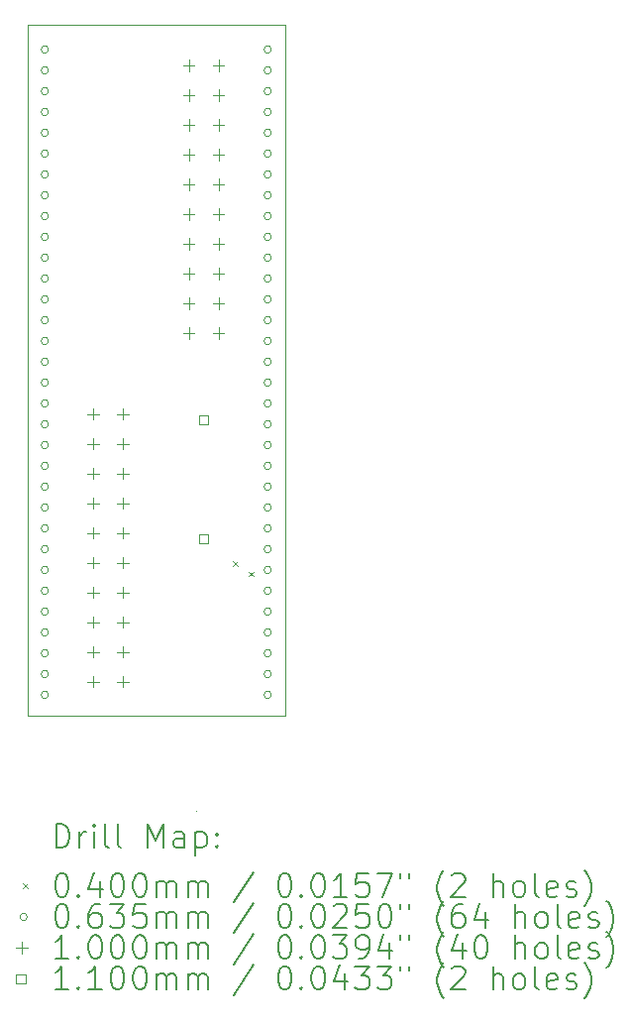
<source format=gbr>
%TF.GenerationSoftware,KiCad,Pcbnew,7.0.1*%
%TF.CreationDate,2023-07-20T10:28:38-07:00*%
%TF.ProjectId,tn_vdp_v9958_socket,746e5f76-6470-45f7-9639-3935385f736f,rev?*%
%TF.SameCoordinates,Original*%
%TF.FileFunction,Drillmap*%
%TF.FilePolarity,Positive*%
%FSLAX45Y45*%
G04 Gerber Fmt 4.5, Leading zero omitted, Abs format (unit mm)*
G04 Created by KiCad (PCBNEW 7.0.1) date 2023-07-20 10:28:38*
%MOMM*%
%LPD*%
G01*
G04 APERTURE LIST*
%ADD10C,0.100000*%
%ADD11C,0.200000*%
%ADD12C,0.040000*%
%ADD13C,0.063500*%
%ADD14C,0.110000*%
G04 APERTURE END LIST*
D10*
X17335500Y-11112500D02*
X17335500Y-11112500D01*
X15900000Y-4400000D02*
X18100000Y-4400000D01*
X18100000Y-10300000D02*
X15900000Y-10300000D01*
X18100000Y-4400000D02*
X18100000Y-10300000D01*
X15900000Y-10300000D02*
X15900000Y-4400000D01*
D11*
D12*
X17655540Y-8986570D02*
X17695540Y-9026570D01*
X17695540Y-8986570D02*
X17655540Y-9026570D01*
X17787350Y-9073350D02*
X17827350Y-9113350D01*
X17827350Y-9073350D02*
X17787350Y-9113350D01*
D13*
X16076750Y-4613200D02*
G75*
G03*
X16076750Y-4613200I-31750J0D01*
G01*
X16076750Y-4791000D02*
G75*
G03*
X16076750Y-4791000I-31750J0D01*
G01*
X16076750Y-4968800D02*
G75*
G03*
X16076750Y-4968800I-31750J0D01*
G01*
X16076750Y-5146600D02*
G75*
G03*
X16076750Y-5146600I-31750J0D01*
G01*
X16076750Y-5324400D02*
G75*
G03*
X16076750Y-5324400I-31750J0D01*
G01*
X16076750Y-5502200D02*
G75*
G03*
X16076750Y-5502200I-31750J0D01*
G01*
X16076750Y-5680000D02*
G75*
G03*
X16076750Y-5680000I-31750J0D01*
G01*
X16076750Y-5857800D02*
G75*
G03*
X16076750Y-5857800I-31750J0D01*
G01*
X16076750Y-6035600D02*
G75*
G03*
X16076750Y-6035600I-31750J0D01*
G01*
X16076750Y-6213400D02*
G75*
G03*
X16076750Y-6213400I-31750J0D01*
G01*
X16076750Y-6391200D02*
G75*
G03*
X16076750Y-6391200I-31750J0D01*
G01*
X16076750Y-6569000D02*
G75*
G03*
X16076750Y-6569000I-31750J0D01*
G01*
X16076750Y-6746800D02*
G75*
G03*
X16076750Y-6746800I-31750J0D01*
G01*
X16076750Y-6924600D02*
G75*
G03*
X16076750Y-6924600I-31750J0D01*
G01*
X16076750Y-7102400D02*
G75*
G03*
X16076750Y-7102400I-31750J0D01*
G01*
X16076750Y-7280200D02*
G75*
G03*
X16076750Y-7280200I-31750J0D01*
G01*
X16076750Y-7458000D02*
G75*
G03*
X16076750Y-7458000I-31750J0D01*
G01*
X16076750Y-7635800D02*
G75*
G03*
X16076750Y-7635800I-31750J0D01*
G01*
X16076750Y-7813600D02*
G75*
G03*
X16076750Y-7813600I-31750J0D01*
G01*
X16076750Y-7991400D02*
G75*
G03*
X16076750Y-7991400I-31750J0D01*
G01*
X16076750Y-8169200D02*
G75*
G03*
X16076750Y-8169200I-31750J0D01*
G01*
X16076750Y-8347000D02*
G75*
G03*
X16076750Y-8347000I-31750J0D01*
G01*
X16076750Y-8524800D02*
G75*
G03*
X16076750Y-8524800I-31750J0D01*
G01*
X16076750Y-8702600D02*
G75*
G03*
X16076750Y-8702600I-31750J0D01*
G01*
X16076750Y-8880400D02*
G75*
G03*
X16076750Y-8880400I-31750J0D01*
G01*
X16076750Y-9058200D02*
G75*
G03*
X16076750Y-9058200I-31750J0D01*
G01*
X16076750Y-9236000D02*
G75*
G03*
X16076750Y-9236000I-31750J0D01*
G01*
X16076750Y-9413800D02*
G75*
G03*
X16076750Y-9413800I-31750J0D01*
G01*
X16076750Y-9591600D02*
G75*
G03*
X16076750Y-9591600I-31750J0D01*
G01*
X16076750Y-9769400D02*
G75*
G03*
X16076750Y-9769400I-31750J0D01*
G01*
X16076750Y-9947200D02*
G75*
G03*
X16076750Y-9947200I-31750J0D01*
G01*
X16076750Y-10125000D02*
G75*
G03*
X16076750Y-10125000I-31750J0D01*
G01*
X17981750Y-4613200D02*
G75*
G03*
X17981750Y-4613200I-31750J0D01*
G01*
X17981750Y-4791000D02*
G75*
G03*
X17981750Y-4791000I-31750J0D01*
G01*
X17981750Y-4968800D02*
G75*
G03*
X17981750Y-4968800I-31750J0D01*
G01*
X17981750Y-5146600D02*
G75*
G03*
X17981750Y-5146600I-31750J0D01*
G01*
X17981750Y-5324400D02*
G75*
G03*
X17981750Y-5324400I-31750J0D01*
G01*
X17981750Y-5502200D02*
G75*
G03*
X17981750Y-5502200I-31750J0D01*
G01*
X17981750Y-5680000D02*
G75*
G03*
X17981750Y-5680000I-31750J0D01*
G01*
X17981750Y-5857800D02*
G75*
G03*
X17981750Y-5857800I-31750J0D01*
G01*
X17981750Y-6035600D02*
G75*
G03*
X17981750Y-6035600I-31750J0D01*
G01*
X17981750Y-6213400D02*
G75*
G03*
X17981750Y-6213400I-31750J0D01*
G01*
X17981750Y-6391200D02*
G75*
G03*
X17981750Y-6391200I-31750J0D01*
G01*
X17981750Y-6569000D02*
G75*
G03*
X17981750Y-6569000I-31750J0D01*
G01*
X17981750Y-6746800D02*
G75*
G03*
X17981750Y-6746800I-31750J0D01*
G01*
X17981750Y-6924600D02*
G75*
G03*
X17981750Y-6924600I-31750J0D01*
G01*
X17981750Y-7102400D02*
G75*
G03*
X17981750Y-7102400I-31750J0D01*
G01*
X17981750Y-7280200D02*
G75*
G03*
X17981750Y-7280200I-31750J0D01*
G01*
X17981750Y-7458000D02*
G75*
G03*
X17981750Y-7458000I-31750J0D01*
G01*
X17981750Y-7635800D02*
G75*
G03*
X17981750Y-7635800I-31750J0D01*
G01*
X17981750Y-7813600D02*
G75*
G03*
X17981750Y-7813600I-31750J0D01*
G01*
X17981750Y-7991400D02*
G75*
G03*
X17981750Y-7991400I-31750J0D01*
G01*
X17981750Y-8169200D02*
G75*
G03*
X17981750Y-8169200I-31750J0D01*
G01*
X17981750Y-8347000D02*
G75*
G03*
X17981750Y-8347000I-31750J0D01*
G01*
X17981750Y-8524800D02*
G75*
G03*
X17981750Y-8524800I-31750J0D01*
G01*
X17981750Y-8702600D02*
G75*
G03*
X17981750Y-8702600I-31750J0D01*
G01*
X17981750Y-8880400D02*
G75*
G03*
X17981750Y-8880400I-31750J0D01*
G01*
X17981750Y-9058200D02*
G75*
G03*
X17981750Y-9058200I-31750J0D01*
G01*
X17981750Y-9236000D02*
G75*
G03*
X17981750Y-9236000I-31750J0D01*
G01*
X17981750Y-9413800D02*
G75*
G03*
X17981750Y-9413800I-31750J0D01*
G01*
X17981750Y-9591600D02*
G75*
G03*
X17981750Y-9591600I-31750J0D01*
G01*
X17981750Y-9769400D02*
G75*
G03*
X17981750Y-9769400I-31750J0D01*
G01*
X17981750Y-9947200D02*
G75*
G03*
X17981750Y-9947200I-31750J0D01*
G01*
X17981750Y-10125000D02*
G75*
G03*
X17981750Y-10125000I-31750J0D01*
G01*
D10*
X16459200Y-7676000D02*
X16459200Y-7776000D01*
X16409200Y-7726000D02*
X16509200Y-7726000D01*
X16459200Y-7930000D02*
X16459200Y-8030000D01*
X16409200Y-7980000D02*
X16509200Y-7980000D01*
X16459200Y-8184000D02*
X16459200Y-8284000D01*
X16409200Y-8234000D02*
X16509200Y-8234000D01*
X16459200Y-8438000D02*
X16459200Y-8538000D01*
X16409200Y-8488000D02*
X16509200Y-8488000D01*
X16459200Y-8692000D02*
X16459200Y-8792000D01*
X16409200Y-8742000D02*
X16509200Y-8742000D01*
X16459200Y-8946000D02*
X16459200Y-9046000D01*
X16409200Y-8996000D02*
X16509200Y-8996000D01*
X16459200Y-9200000D02*
X16459200Y-9300000D01*
X16409200Y-9250000D02*
X16509200Y-9250000D01*
X16459200Y-9454000D02*
X16459200Y-9554000D01*
X16409200Y-9504000D02*
X16509200Y-9504000D01*
X16459200Y-9708000D02*
X16459200Y-9808000D01*
X16409200Y-9758000D02*
X16509200Y-9758000D01*
X16459200Y-9962000D02*
X16459200Y-10062000D01*
X16409200Y-10012000D02*
X16509200Y-10012000D01*
X16713200Y-7676000D02*
X16713200Y-7776000D01*
X16663200Y-7726000D02*
X16763200Y-7726000D01*
X16713200Y-7930000D02*
X16713200Y-8030000D01*
X16663200Y-7980000D02*
X16763200Y-7980000D01*
X16713200Y-8184000D02*
X16713200Y-8284000D01*
X16663200Y-8234000D02*
X16763200Y-8234000D01*
X16713200Y-8438000D02*
X16713200Y-8538000D01*
X16663200Y-8488000D02*
X16763200Y-8488000D01*
X16713200Y-8692000D02*
X16713200Y-8792000D01*
X16663200Y-8742000D02*
X16763200Y-8742000D01*
X16713200Y-8946000D02*
X16713200Y-9046000D01*
X16663200Y-8996000D02*
X16763200Y-8996000D01*
X16713200Y-9200000D02*
X16713200Y-9300000D01*
X16663200Y-9250000D02*
X16763200Y-9250000D01*
X16713200Y-9454000D02*
X16713200Y-9554000D01*
X16663200Y-9504000D02*
X16763200Y-9504000D01*
X16713200Y-9708000D02*
X16713200Y-9808000D01*
X16663200Y-9758000D02*
X16763200Y-9758000D01*
X16713200Y-9962000D02*
X16713200Y-10062000D01*
X16663200Y-10012000D02*
X16763200Y-10012000D01*
X17275000Y-4701000D02*
X17275000Y-4801000D01*
X17225000Y-4751000D02*
X17325000Y-4751000D01*
X17275000Y-4955000D02*
X17275000Y-5055000D01*
X17225000Y-5005000D02*
X17325000Y-5005000D01*
X17275000Y-5209000D02*
X17275000Y-5309000D01*
X17225000Y-5259000D02*
X17325000Y-5259000D01*
X17275000Y-5463000D02*
X17275000Y-5563000D01*
X17225000Y-5513000D02*
X17325000Y-5513000D01*
X17275000Y-5717000D02*
X17275000Y-5817000D01*
X17225000Y-5767000D02*
X17325000Y-5767000D01*
X17275000Y-5971000D02*
X17275000Y-6071000D01*
X17225000Y-6021000D02*
X17325000Y-6021000D01*
X17275000Y-6225000D02*
X17275000Y-6325000D01*
X17225000Y-6275000D02*
X17325000Y-6275000D01*
X17275000Y-6479000D02*
X17275000Y-6579000D01*
X17225000Y-6529000D02*
X17325000Y-6529000D01*
X17275000Y-6733000D02*
X17275000Y-6833000D01*
X17225000Y-6783000D02*
X17325000Y-6783000D01*
X17275000Y-6987000D02*
X17275000Y-7087000D01*
X17225000Y-7037000D02*
X17325000Y-7037000D01*
X17529000Y-4701000D02*
X17529000Y-4801000D01*
X17479000Y-4751000D02*
X17579000Y-4751000D01*
X17529000Y-4955000D02*
X17529000Y-5055000D01*
X17479000Y-5005000D02*
X17579000Y-5005000D01*
X17529000Y-5209000D02*
X17529000Y-5309000D01*
X17479000Y-5259000D02*
X17579000Y-5259000D01*
X17529000Y-5463000D02*
X17529000Y-5563000D01*
X17479000Y-5513000D02*
X17579000Y-5513000D01*
X17529000Y-5717000D02*
X17529000Y-5817000D01*
X17479000Y-5767000D02*
X17579000Y-5767000D01*
X17529000Y-5971000D02*
X17529000Y-6071000D01*
X17479000Y-6021000D02*
X17579000Y-6021000D01*
X17529000Y-6225000D02*
X17529000Y-6325000D01*
X17479000Y-6275000D02*
X17579000Y-6275000D01*
X17529000Y-6479000D02*
X17529000Y-6579000D01*
X17479000Y-6529000D02*
X17579000Y-6529000D01*
X17529000Y-6733000D02*
X17529000Y-6833000D01*
X17479000Y-6783000D02*
X17579000Y-6783000D01*
X17529000Y-6987000D02*
X17529000Y-7087000D01*
X17479000Y-7037000D02*
X17579000Y-7037000D01*
D14*
X17438891Y-7813891D02*
X17438891Y-7736109D01*
X17361109Y-7736109D01*
X17361109Y-7813891D01*
X17438891Y-7813891D01*
X17438891Y-8829891D02*
X17438891Y-8752109D01*
X17361109Y-8752109D01*
X17361109Y-8829891D01*
X17438891Y-8829891D01*
D11*
X16142619Y-11430024D02*
X16142619Y-11230024D01*
X16142619Y-11230024D02*
X16190238Y-11230024D01*
X16190238Y-11230024D02*
X16218809Y-11239548D01*
X16218809Y-11239548D02*
X16237857Y-11258595D01*
X16237857Y-11258595D02*
X16247381Y-11277643D01*
X16247381Y-11277643D02*
X16256905Y-11315738D01*
X16256905Y-11315738D02*
X16256905Y-11344309D01*
X16256905Y-11344309D02*
X16247381Y-11382405D01*
X16247381Y-11382405D02*
X16237857Y-11401452D01*
X16237857Y-11401452D02*
X16218809Y-11420500D01*
X16218809Y-11420500D02*
X16190238Y-11430024D01*
X16190238Y-11430024D02*
X16142619Y-11430024D01*
X16342619Y-11430024D02*
X16342619Y-11296690D01*
X16342619Y-11334786D02*
X16352143Y-11315738D01*
X16352143Y-11315738D02*
X16361667Y-11306214D01*
X16361667Y-11306214D02*
X16380714Y-11296690D01*
X16380714Y-11296690D02*
X16399762Y-11296690D01*
X16466428Y-11430024D02*
X16466428Y-11296690D01*
X16466428Y-11230024D02*
X16456905Y-11239548D01*
X16456905Y-11239548D02*
X16466428Y-11249071D01*
X16466428Y-11249071D02*
X16475952Y-11239548D01*
X16475952Y-11239548D02*
X16466428Y-11230024D01*
X16466428Y-11230024D02*
X16466428Y-11249071D01*
X16590238Y-11430024D02*
X16571190Y-11420500D01*
X16571190Y-11420500D02*
X16561667Y-11401452D01*
X16561667Y-11401452D02*
X16561667Y-11230024D01*
X16695000Y-11430024D02*
X16675952Y-11420500D01*
X16675952Y-11420500D02*
X16666428Y-11401452D01*
X16666428Y-11401452D02*
X16666428Y-11230024D01*
X16923571Y-11430024D02*
X16923571Y-11230024D01*
X16923571Y-11230024D02*
X16990238Y-11372881D01*
X16990238Y-11372881D02*
X17056905Y-11230024D01*
X17056905Y-11230024D02*
X17056905Y-11430024D01*
X17237857Y-11430024D02*
X17237857Y-11325262D01*
X17237857Y-11325262D02*
X17228333Y-11306214D01*
X17228333Y-11306214D02*
X17209286Y-11296690D01*
X17209286Y-11296690D02*
X17171190Y-11296690D01*
X17171190Y-11296690D02*
X17152143Y-11306214D01*
X17237857Y-11420500D02*
X17218810Y-11430024D01*
X17218810Y-11430024D02*
X17171190Y-11430024D01*
X17171190Y-11430024D02*
X17152143Y-11420500D01*
X17152143Y-11420500D02*
X17142619Y-11401452D01*
X17142619Y-11401452D02*
X17142619Y-11382405D01*
X17142619Y-11382405D02*
X17152143Y-11363357D01*
X17152143Y-11363357D02*
X17171190Y-11353833D01*
X17171190Y-11353833D02*
X17218810Y-11353833D01*
X17218810Y-11353833D02*
X17237857Y-11344309D01*
X17333095Y-11296690D02*
X17333095Y-11496690D01*
X17333095Y-11306214D02*
X17352143Y-11296690D01*
X17352143Y-11296690D02*
X17390238Y-11296690D01*
X17390238Y-11296690D02*
X17409286Y-11306214D01*
X17409286Y-11306214D02*
X17418810Y-11315738D01*
X17418810Y-11315738D02*
X17428333Y-11334786D01*
X17428333Y-11334786D02*
X17428333Y-11391928D01*
X17428333Y-11391928D02*
X17418810Y-11410976D01*
X17418810Y-11410976D02*
X17409286Y-11420500D01*
X17409286Y-11420500D02*
X17390238Y-11430024D01*
X17390238Y-11430024D02*
X17352143Y-11430024D01*
X17352143Y-11430024D02*
X17333095Y-11420500D01*
X17514048Y-11410976D02*
X17523571Y-11420500D01*
X17523571Y-11420500D02*
X17514048Y-11430024D01*
X17514048Y-11430024D02*
X17504524Y-11420500D01*
X17504524Y-11420500D02*
X17514048Y-11410976D01*
X17514048Y-11410976D02*
X17514048Y-11430024D01*
X17514048Y-11306214D02*
X17523571Y-11315738D01*
X17523571Y-11315738D02*
X17514048Y-11325262D01*
X17514048Y-11325262D02*
X17504524Y-11315738D01*
X17504524Y-11315738D02*
X17514048Y-11306214D01*
X17514048Y-11306214D02*
X17514048Y-11325262D01*
D12*
X15855000Y-11737500D02*
X15895000Y-11777500D01*
X15895000Y-11737500D02*
X15855000Y-11777500D01*
D11*
X16180714Y-11650024D02*
X16199762Y-11650024D01*
X16199762Y-11650024D02*
X16218809Y-11659548D01*
X16218809Y-11659548D02*
X16228333Y-11669071D01*
X16228333Y-11669071D02*
X16237857Y-11688119D01*
X16237857Y-11688119D02*
X16247381Y-11726214D01*
X16247381Y-11726214D02*
X16247381Y-11773833D01*
X16247381Y-11773833D02*
X16237857Y-11811928D01*
X16237857Y-11811928D02*
X16228333Y-11830976D01*
X16228333Y-11830976D02*
X16218809Y-11840500D01*
X16218809Y-11840500D02*
X16199762Y-11850024D01*
X16199762Y-11850024D02*
X16180714Y-11850024D01*
X16180714Y-11850024D02*
X16161667Y-11840500D01*
X16161667Y-11840500D02*
X16152143Y-11830976D01*
X16152143Y-11830976D02*
X16142619Y-11811928D01*
X16142619Y-11811928D02*
X16133095Y-11773833D01*
X16133095Y-11773833D02*
X16133095Y-11726214D01*
X16133095Y-11726214D02*
X16142619Y-11688119D01*
X16142619Y-11688119D02*
X16152143Y-11669071D01*
X16152143Y-11669071D02*
X16161667Y-11659548D01*
X16161667Y-11659548D02*
X16180714Y-11650024D01*
X16333095Y-11830976D02*
X16342619Y-11840500D01*
X16342619Y-11840500D02*
X16333095Y-11850024D01*
X16333095Y-11850024D02*
X16323571Y-11840500D01*
X16323571Y-11840500D02*
X16333095Y-11830976D01*
X16333095Y-11830976D02*
X16333095Y-11850024D01*
X16514048Y-11716690D02*
X16514048Y-11850024D01*
X16466428Y-11640500D02*
X16418809Y-11783357D01*
X16418809Y-11783357D02*
X16542619Y-11783357D01*
X16656905Y-11650024D02*
X16675952Y-11650024D01*
X16675952Y-11650024D02*
X16695000Y-11659548D01*
X16695000Y-11659548D02*
X16704524Y-11669071D01*
X16704524Y-11669071D02*
X16714048Y-11688119D01*
X16714048Y-11688119D02*
X16723571Y-11726214D01*
X16723571Y-11726214D02*
X16723571Y-11773833D01*
X16723571Y-11773833D02*
X16714048Y-11811928D01*
X16714048Y-11811928D02*
X16704524Y-11830976D01*
X16704524Y-11830976D02*
X16695000Y-11840500D01*
X16695000Y-11840500D02*
X16675952Y-11850024D01*
X16675952Y-11850024D02*
X16656905Y-11850024D01*
X16656905Y-11850024D02*
X16637857Y-11840500D01*
X16637857Y-11840500D02*
X16628333Y-11830976D01*
X16628333Y-11830976D02*
X16618809Y-11811928D01*
X16618809Y-11811928D02*
X16609286Y-11773833D01*
X16609286Y-11773833D02*
X16609286Y-11726214D01*
X16609286Y-11726214D02*
X16618809Y-11688119D01*
X16618809Y-11688119D02*
X16628333Y-11669071D01*
X16628333Y-11669071D02*
X16637857Y-11659548D01*
X16637857Y-11659548D02*
X16656905Y-11650024D01*
X16847381Y-11650024D02*
X16866429Y-11650024D01*
X16866429Y-11650024D02*
X16885476Y-11659548D01*
X16885476Y-11659548D02*
X16895000Y-11669071D01*
X16895000Y-11669071D02*
X16904524Y-11688119D01*
X16904524Y-11688119D02*
X16914048Y-11726214D01*
X16914048Y-11726214D02*
X16914048Y-11773833D01*
X16914048Y-11773833D02*
X16904524Y-11811928D01*
X16904524Y-11811928D02*
X16895000Y-11830976D01*
X16895000Y-11830976D02*
X16885476Y-11840500D01*
X16885476Y-11840500D02*
X16866429Y-11850024D01*
X16866429Y-11850024D02*
X16847381Y-11850024D01*
X16847381Y-11850024D02*
X16828333Y-11840500D01*
X16828333Y-11840500D02*
X16818810Y-11830976D01*
X16818810Y-11830976D02*
X16809286Y-11811928D01*
X16809286Y-11811928D02*
X16799762Y-11773833D01*
X16799762Y-11773833D02*
X16799762Y-11726214D01*
X16799762Y-11726214D02*
X16809286Y-11688119D01*
X16809286Y-11688119D02*
X16818810Y-11669071D01*
X16818810Y-11669071D02*
X16828333Y-11659548D01*
X16828333Y-11659548D02*
X16847381Y-11650024D01*
X16999762Y-11850024D02*
X16999762Y-11716690D01*
X16999762Y-11735738D02*
X17009286Y-11726214D01*
X17009286Y-11726214D02*
X17028333Y-11716690D01*
X17028333Y-11716690D02*
X17056905Y-11716690D01*
X17056905Y-11716690D02*
X17075952Y-11726214D01*
X17075952Y-11726214D02*
X17085476Y-11745262D01*
X17085476Y-11745262D02*
X17085476Y-11850024D01*
X17085476Y-11745262D02*
X17095000Y-11726214D01*
X17095000Y-11726214D02*
X17114048Y-11716690D01*
X17114048Y-11716690D02*
X17142619Y-11716690D01*
X17142619Y-11716690D02*
X17161667Y-11726214D01*
X17161667Y-11726214D02*
X17171191Y-11745262D01*
X17171191Y-11745262D02*
X17171191Y-11850024D01*
X17266429Y-11850024D02*
X17266429Y-11716690D01*
X17266429Y-11735738D02*
X17275952Y-11726214D01*
X17275952Y-11726214D02*
X17295000Y-11716690D01*
X17295000Y-11716690D02*
X17323572Y-11716690D01*
X17323572Y-11716690D02*
X17342619Y-11726214D01*
X17342619Y-11726214D02*
X17352143Y-11745262D01*
X17352143Y-11745262D02*
X17352143Y-11850024D01*
X17352143Y-11745262D02*
X17361667Y-11726214D01*
X17361667Y-11726214D02*
X17380714Y-11716690D01*
X17380714Y-11716690D02*
X17409286Y-11716690D01*
X17409286Y-11716690D02*
X17428333Y-11726214D01*
X17428333Y-11726214D02*
X17437857Y-11745262D01*
X17437857Y-11745262D02*
X17437857Y-11850024D01*
X17828333Y-11640500D02*
X17656905Y-11897643D01*
X18085476Y-11650024D02*
X18104524Y-11650024D01*
X18104524Y-11650024D02*
X18123572Y-11659548D01*
X18123572Y-11659548D02*
X18133095Y-11669071D01*
X18133095Y-11669071D02*
X18142619Y-11688119D01*
X18142619Y-11688119D02*
X18152143Y-11726214D01*
X18152143Y-11726214D02*
X18152143Y-11773833D01*
X18152143Y-11773833D02*
X18142619Y-11811928D01*
X18142619Y-11811928D02*
X18133095Y-11830976D01*
X18133095Y-11830976D02*
X18123572Y-11840500D01*
X18123572Y-11840500D02*
X18104524Y-11850024D01*
X18104524Y-11850024D02*
X18085476Y-11850024D01*
X18085476Y-11850024D02*
X18066429Y-11840500D01*
X18066429Y-11840500D02*
X18056905Y-11830976D01*
X18056905Y-11830976D02*
X18047381Y-11811928D01*
X18047381Y-11811928D02*
X18037857Y-11773833D01*
X18037857Y-11773833D02*
X18037857Y-11726214D01*
X18037857Y-11726214D02*
X18047381Y-11688119D01*
X18047381Y-11688119D02*
X18056905Y-11669071D01*
X18056905Y-11669071D02*
X18066429Y-11659548D01*
X18066429Y-11659548D02*
X18085476Y-11650024D01*
X18237857Y-11830976D02*
X18247381Y-11840500D01*
X18247381Y-11840500D02*
X18237857Y-11850024D01*
X18237857Y-11850024D02*
X18228334Y-11840500D01*
X18228334Y-11840500D02*
X18237857Y-11830976D01*
X18237857Y-11830976D02*
X18237857Y-11850024D01*
X18371191Y-11650024D02*
X18390238Y-11650024D01*
X18390238Y-11650024D02*
X18409286Y-11659548D01*
X18409286Y-11659548D02*
X18418810Y-11669071D01*
X18418810Y-11669071D02*
X18428334Y-11688119D01*
X18428334Y-11688119D02*
X18437857Y-11726214D01*
X18437857Y-11726214D02*
X18437857Y-11773833D01*
X18437857Y-11773833D02*
X18428334Y-11811928D01*
X18428334Y-11811928D02*
X18418810Y-11830976D01*
X18418810Y-11830976D02*
X18409286Y-11840500D01*
X18409286Y-11840500D02*
X18390238Y-11850024D01*
X18390238Y-11850024D02*
X18371191Y-11850024D01*
X18371191Y-11850024D02*
X18352143Y-11840500D01*
X18352143Y-11840500D02*
X18342619Y-11830976D01*
X18342619Y-11830976D02*
X18333095Y-11811928D01*
X18333095Y-11811928D02*
X18323572Y-11773833D01*
X18323572Y-11773833D02*
X18323572Y-11726214D01*
X18323572Y-11726214D02*
X18333095Y-11688119D01*
X18333095Y-11688119D02*
X18342619Y-11669071D01*
X18342619Y-11669071D02*
X18352143Y-11659548D01*
X18352143Y-11659548D02*
X18371191Y-11650024D01*
X18628334Y-11850024D02*
X18514048Y-11850024D01*
X18571191Y-11850024D02*
X18571191Y-11650024D01*
X18571191Y-11650024D02*
X18552143Y-11678595D01*
X18552143Y-11678595D02*
X18533095Y-11697643D01*
X18533095Y-11697643D02*
X18514048Y-11707167D01*
X18809286Y-11650024D02*
X18714048Y-11650024D01*
X18714048Y-11650024D02*
X18704524Y-11745262D01*
X18704524Y-11745262D02*
X18714048Y-11735738D01*
X18714048Y-11735738D02*
X18733095Y-11726214D01*
X18733095Y-11726214D02*
X18780715Y-11726214D01*
X18780715Y-11726214D02*
X18799762Y-11735738D01*
X18799762Y-11735738D02*
X18809286Y-11745262D01*
X18809286Y-11745262D02*
X18818810Y-11764309D01*
X18818810Y-11764309D02*
X18818810Y-11811928D01*
X18818810Y-11811928D02*
X18809286Y-11830976D01*
X18809286Y-11830976D02*
X18799762Y-11840500D01*
X18799762Y-11840500D02*
X18780715Y-11850024D01*
X18780715Y-11850024D02*
X18733095Y-11850024D01*
X18733095Y-11850024D02*
X18714048Y-11840500D01*
X18714048Y-11840500D02*
X18704524Y-11830976D01*
X18885476Y-11650024D02*
X19018810Y-11650024D01*
X19018810Y-11650024D02*
X18933095Y-11850024D01*
X19085476Y-11650024D02*
X19085476Y-11688119D01*
X19161667Y-11650024D02*
X19161667Y-11688119D01*
X19456905Y-11926214D02*
X19447381Y-11916690D01*
X19447381Y-11916690D02*
X19428334Y-11888119D01*
X19428334Y-11888119D02*
X19418810Y-11869071D01*
X19418810Y-11869071D02*
X19409286Y-11840500D01*
X19409286Y-11840500D02*
X19399762Y-11792881D01*
X19399762Y-11792881D02*
X19399762Y-11754786D01*
X19399762Y-11754786D02*
X19409286Y-11707167D01*
X19409286Y-11707167D02*
X19418810Y-11678595D01*
X19418810Y-11678595D02*
X19428334Y-11659548D01*
X19428334Y-11659548D02*
X19447381Y-11630976D01*
X19447381Y-11630976D02*
X19456905Y-11621452D01*
X19523572Y-11669071D02*
X19533096Y-11659548D01*
X19533096Y-11659548D02*
X19552143Y-11650024D01*
X19552143Y-11650024D02*
X19599762Y-11650024D01*
X19599762Y-11650024D02*
X19618810Y-11659548D01*
X19618810Y-11659548D02*
X19628334Y-11669071D01*
X19628334Y-11669071D02*
X19637857Y-11688119D01*
X19637857Y-11688119D02*
X19637857Y-11707167D01*
X19637857Y-11707167D02*
X19628334Y-11735738D01*
X19628334Y-11735738D02*
X19514048Y-11850024D01*
X19514048Y-11850024D02*
X19637857Y-11850024D01*
X19875953Y-11850024D02*
X19875953Y-11650024D01*
X19961667Y-11850024D02*
X19961667Y-11745262D01*
X19961667Y-11745262D02*
X19952143Y-11726214D01*
X19952143Y-11726214D02*
X19933096Y-11716690D01*
X19933096Y-11716690D02*
X19904524Y-11716690D01*
X19904524Y-11716690D02*
X19885477Y-11726214D01*
X19885477Y-11726214D02*
X19875953Y-11735738D01*
X20085477Y-11850024D02*
X20066429Y-11840500D01*
X20066429Y-11840500D02*
X20056905Y-11830976D01*
X20056905Y-11830976D02*
X20047381Y-11811928D01*
X20047381Y-11811928D02*
X20047381Y-11754786D01*
X20047381Y-11754786D02*
X20056905Y-11735738D01*
X20056905Y-11735738D02*
X20066429Y-11726214D01*
X20066429Y-11726214D02*
X20085477Y-11716690D01*
X20085477Y-11716690D02*
X20114048Y-11716690D01*
X20114048Y-11716690D02*
X20133096Y-11726214D01*
X20133096Y-11726214D02*
X20142619Y-11735738D01*
X20142619Y-11735738D02*
X20152143Y-11754786D01*
X20152143Y-11754786D02*
X20152143Y-11811928D01*
X20152143Y-11811928D02*
X20142619Y-11830976D01*
X20142619Y-11830976D02*
X20133096Y-11840500D01*
X20133096Y-11840500D02*
X20114048Y-11850024D01*
X20114048Y-11850024D02*
X20085477Y-11850024D01*
X20266429Y-11850024D02*
X20247381Y-11840500D01*
X20247381Y-11840500D02*
X20237858Y-11821452D01*
X20237858Y-11821452D02*
X20237858Y-11650024D01*
X20418810Y-11840500D02*
X20399762Y-11850024D01*
X20399762Y-11850024D02*
X20361667Y-11850024D01*
X20361667Y-11850024D02*
X20342619Y-11840500D01*
X20342619Y-11840500D02*
X20333096Y-11821452D01*
X20333096Y-11821452D02*
X20333096Y-11745262D01*
X20333096Y-11745262D02*
X20342619Y-11726214D01*
X20342619Y-11726214D02*
X20361667Y-11716690D01*
X20361667Y-11716690D02*
X20399762Y-11716690D01*
X20399762Y-11716690D02*
X20418810Y-11726214D01*
X20418810Y-11726214D02*
X20428334Y-11745262D01*
X20428334Y-11745262D02*
X20428334Y-11764309D01*
X20428334Y-11764309D02*
X20333096Y-11783357D01*
X20504524Y-11840500D02*
X20523572Y-11850024D01*
X20523572Y-11850024D02*
X20561667Y-11850024D01*
X20561667Y-11850024D02*
X20580715Y-11840500D01*
X20580715Y-11840500D02*
X20590239Y-11821452D01*
X20590239Y-11821452D02*
X20590239Y-11811928D01*
X20590239Y-11811928D02*
X20580715Y-11792881D01*
X20580715Y-11792881D02*
X20561667Y-11783357D01*
X20561667Y-11783357D02*
X20533096Y-11783357D01*
X20533096Y-11783357D02*
X20514048Y-11773833D01*
X20514048Y-11773833D02*
X20504524Y-11754786D01*
X20504524Y-11754786D02*
X20504524Y-11745262D01*
X20504524Y-11745262D02*
X20514048Y-11726214D01*
X20514048Y-11726214D02*
X20533096Y-11716690D01*
X20533096Y-11716690D02*
X20561667Y-11716690D01*
X20561667Y-11716690D02*
X20580715Y-11726214D01*
X20656905Y-11926214D02*
X20666429Y-11916690D01*
X20666429Y-11916690D02*
X20685477Y-11888119D01*
X20685477Y-11888119D02*
X20695000Y-11869071D01*
X20695000Y-11869071D02*
X20704524Y-11840500D01*
X20704524Y-11840500D02*
X20714048Y-11792881D01*
X20714048Y-11792881D02*
X20714048Y-11754786D01*
X20714048Y-11754786D02*
X20704524Y-11707167D01*
X20704524Y-11707167D02*
X20695000Y-11678595D01*
X20695000Y-11678595D02*
X20685477Y-11659548D01*
X20685477Y-11659548D02*
X20666429Y-11630976D01*
X20666429Y-11630976D02*
X20656905Y-11621452D01*
D13*
X15895000Y-12021500D02*
G75*
G03*
X15895000Y-12021500I-31750J0D01*
G01*
D11*
X16180714Y-11914024D02*
X16199762Y-11914024D01*
X16199762Y-11914024D02*
X16218809Y-11923548D01*
X16218809Y-11923548D02*
X16228333Y-11933071D01*
X16228333Y-11933071D02*
X16237857Y-11952119D01*
X16237857Y-11952119D02*
X16247381Y-11990214D01*
X16247381Y-11990214D02*
X16247381Y-12037833D01*
X16247381Y-12037833D02*
X16237857Y-12075928D01*
X16237857Y-12075928D02*
X16228333Y-12094976D01*
X16228333Y-12094976D02*
X16218809Y-12104500D01*
X16218809Y-12104500D02*
X16199762Y-12114024D01*
X16199762Y-12114024D02*
X16180714Y-12114024D01*
X16180714Y-12114024D02*
X16161667Y-12104500D01*
X16161667Y-12104500D02*
X16152143Y-12094976D01*
X16152143Y-12094976D02*
X16142619Y-12075928D01*
X16142619Y-12075928D02*
X16133095Y-12037833D01*
X16133095Y-12037833D02*
X16133095Y-11990214D01*
X16133095Y-11990214D02*
X16142619Y-11952119D01*
X16142619Y-11952119D02*
X16152143Y-11933071D01*
X16152143Y-11933071D02*
X16161667Y-11923548D01*
X16161667Y-11923548D02*
X16180714Y-11914024D01*
X16333095Y-12094976D02*
X16342619Y-12104500D01*
X16342619Y-12104500D02*
X16333095Y-12114024D01*
X16333095Y-12114024D02*
X16323571Y-12104500D01*
X16323571Y-12104500D02*
X16333095Y-12094976D01*
X16333095Y-12094976D02*
X16333095Y-12114024D01*
X16514048Y-11914024D02*
X16475952Y-11914024D01*
X16475952Y-11914024D02*
X16456905Y-11923548D01*
X16456905Y-11923548D02*
X16447381Y-11933071D01*
X16447381Y-11933071D02*
X16428333Y-11961643D01*
X16428333Y-11961643D02*
X16418809Y-11999738D01*
X16418809Y-11999738D02*
X16418809Y-12075928D01*
X16418809Y-12075928D02*
X16428333Y-12094976D01*
X16428333Y-12094976D02*
X16437857Y-12104500D01*
X16437857Y-12104500D02*
X16456905Y-12114024D01*
X16456905Y-12114024D02*
X16495000Y-12114024D01*
X16495000Y-12114024D02*
X16514048Y-12104500D01*
X16514048Y-12104500D02*
X16523571Y-12094976D01*
X16523571Y-12094976D02*
X16533095Y-12075928D01*
X16533095Y-12075928D02*
X16533095Y-12028309D01*
X16533095Y-12028309D02*
X16523571Y-12009262D01*
X16523571Y-12009262D02*
X16514048Y-11999738D01*
X16514048Y-11999738D02*
X16495000Y-11990214D01*
X16495000Y-11990214D02*
X16456905Y-11990214D01*
X16456905Y-11990214D02*
X16437857Y-11999738D01*
X16437857Y-11999738D02*
X16428333Y-12009262D01*
X16428333Y-12009262D02*
X16418809Y-12028309D01*
X16599762Y-11914024D02*
X16723571Y-11914024D01*
X16723571Y-11914024D02*
X16656905Y-11990214D01*
X16656905Y-11990214D02*
X16685476Y-11990214D01*
X16685476Y-11990214D02*
X16704524Y-11999738D01*
X16704524Y-11999738D02*
X16714048Y-12009262D01*
X16714048Y-12009262D02*
X16723571Y-12028309D01*
X16723571Y-12028309D02*
X16723571Y-12075928D01*
X16723571Y-12075928D02*
X16714048Y-12094976D01*
X16714048Y-12094976D02*
X16704524Y-12104500D01*
X16704524Y-12104500D02*
X16685476Y-12114024D01*
X16685476Y-12114024D02*
X16628333Y-12114024D01*
X16628333Y-12114024D02*
X16609286Y-12104500D01*
X16609286Y-12104500D02*
X16599762Y-12094976D01*
X16904524Y-11914024D02*
X16809286Y-11914024D01*
X16809286Y-11914024D02*
X16799762Y-12009262D01*
X16799762Y-12009262D02*
X16809286Y-11999738D01*
X16809286Y-11999738D02*
X16828333Y-11990214D01*
X16828333Y-11990214D02*
X16875952Y-11990214D01*
X16875952Y-11990214D02*
X16895000Y-11999738D01*
X16895000Y-11999738D02*
X16904524Y-12009262D01*
X16904524Y-12009262D02*
X16914048Y-12028309D01*
X16914048Y-12028309D02*
X16914048Y-12075928D01*
X16914048Y-12075928D02*
X16904524Y-12094976D01*
X16904524Y-12094976D02*
X16895000Y-12104500D01*
X16895000Y-12104500D02*
X16875952Y-12114024D01*
X16875952Y-12114024D02*
X16828333Y-12114024D01*
X16828333Y-12114024D02*
X16809286Y-12104500D01*
X16809286Y-12104500D02*
X16799762Y-12094976D01*
X16999762Y-12114024D02*
X16999762Y-11980690D01*
X16999762Y-11999738D02*
X17009286Y-11990214D01*
X17009286Y-11990214D02*
X17028333Y-11980690D01*
X17028333Y-11980690D02*
X17056905Y-11980690D01*
X17056905Y-11980690D02*
X17075952Y-11990214D01*
X17075952Y-11990214D02*
X17085476Y-12009262D01*
X17085476Y-12009262D02*
X17085476Y-12114024D01*
X17085476Y-12009262D02*
X17095000Y-11990214D01*
X17095000Y-11990214D02*
X17114048Y-11980690D01*
X17114048Y-11980690D02*
X17142619Y-11980690D01*
X17142619Y-11980690D02*
X17161667Y-11990214D01*
X17161667Y-11990214D02*
X17171191Y-12009262D01*
X17171191Y-12009262D02*
X17171191Y-12114024D01*
X17266429Y-12114024D02*
X17266429Y-11980690D01*
X17266429Y-11999738D02*
X17275952Y-11990214D01*
X17275952Y-11990214D02*
X17295000Y-11980690D01*
X17295000Y-11980690D02*
X17323572Y-11980690D01*
X17323572Y-11980690D02*
X17342619Y-11990214D01*
X17342619Y-11990214D02*
X17352143Y-12009262D01*
X17352143Y-12009262D02*
X17352143Y-12114024D01*
X17352143Y-12009262D02*
X17361667Y-11990214D01*
X17361667Y-11990214D02*
X17380714Y-11980690D01*
X17380714Y-11980690D02*
X17409286Y-11980690D01*
X17409286Y-11980690D02*
X17428333Y-11990214D01*
X17428333Y-11990214D02*
X17437857Y-12009262D01*
X17437857Y-12009262D02*
X17437857Y-12114024D01*
X17828333Y-11904500D02*
X17656905Y-12161643D01*
X18085476Y-11914024D02*
X18104524Y-11914024D01*
X18104524Y-11914024D02*
X18123572Y-11923548D01*
X18123572Y-11923548D02*
X18133095Y-11933071D01*
X18133095Y-11933071D02*
X18142619Y-11952119D01*
X18142619Y-11952119D02*
X18152143Y-11990214D01*
X18152143Y-11990214D02*
X18152143Y-12037833D01*
X18152143Y-12037833D02*
X18142619Y-12075928D01*
X18142619Y-12075928D02*
X18133095Y-12094976D01*
X18133095Y-12094976D02*
X18123572Y-12104500D01*
X18123572Y-12104500D02*
X18104524Y-12114024D01*
X18104524Y-12114024D02*
X18085476Y-12114024D01*
X18085476Y-12114024D02*
X18066429Y-12104500D01*
X18066429Y-12104500D02*
X18056905Y-12094976D01*
X18056905Y-12094976D02*
X18047381Y-12075928D01*
X18047381Y-12075928D02*
X18037857Y-12037833D01*
X18037857Y-12037833D02*
X18037857Y-11990214D01*
X18037857Y-11990214D02*
X18047381Y-11952119D01*
X18047381Y-11952119D02*
X18056905Y-11933071D01*
X18056905Y-11933071D02*
X18066429Y-11923548D01*
X18066429Y-11923548D02*
X18085476Y-11914024D01*
X18237857Y-12094976D02*
X18247381Y-12104500D01*
X18247381Y-12104500D02*
X18237857Y-12114024D01*
X18237857Y-12114024D02*
X18228334Y-12104500D01*
X18228334Y-12104500D02*
X18237857Y-12094976D01*
X18237857Y-12094976D02*
X18237857Y-12114024D01*
X18371191Y-11914024D02*
X18390238Y-11914024D01*
X18390238Y-11914024D02*
X18409286Y-11923548D01*
X18409286Y-11923548D02*
X18418810Y-11933071D01*
X18418810Y-11933071D02*
X18428334Y-11952119D01*
X18428334Y-11952119D02*
X18437857Y-11990214D01*
X18437857Y-11990214D02*
X18437857Y-12037833D01*
X18437857Y-12037833D02*
X18428334Y-12075928D01*
X18428334Y-12075928D02*
X18418810Y-12094976D01*
X18418810Y-12094976D02*
X18409286Y-12104500D01*
X18409286Y-12104500D02*
X18390238Y-12114024D01*
X18390238Y-12114024D02*
X18371191Y-12114024D01*
X18371191Y-12114024D02*
X18352143Y-12104500D01*
X18352143Y-12104500D02*
X18342619Y-12094976D01*
X18342619Y-12094976D02*
X18333095Y-12075928D01*
X18333095Y-12075928D02*
X18323572Y-12037833D01*
X18323572Y-12037833D02*
X18323572Y-11990214D01*
X18323572Y-11990214D02*
X18333095Y-11952119D01*
X18333095Y-11952119D02*
X18342619Y-11933071D01*
X18342619Y-11933071D02*
X18352143Y-11923548D01*
X18352143Y-11923548D02*
X18371191Y-11914024D01*
X18514048Y-11933071D02*
X18523572Y-11923548D01*
X18523572Y-11923548D02*
X18542619Y-11914024D01*
X18542619Y-11914024D02*
X18590238Y-11914024D01*
X18590238Y-11914024D02*
X18609286Y-11923548D01*
X18609286Y-11923548D02*
X18618810Y-11933071D01*
X18618810Y-11933071D02*
X18628334Y-11952119D01*
X18628334Y-11952119D02*
X18628334Y-11971167D01*
X18628334Y-11971167D02*
X18618810Y-11999738D01*
X18618810Y-11999738D02*
X18504524Y-12114024D01*
X18504524Y-12114024D02*
X18628334Y-12114024D01*
X18809286Y-11914024D02*
X18714048Y-11914024D01*
X18714048Y-11914024D02*
X18704524Y-12009262D01*
X18704524Y-12009262D02*
X18714048Y-11999738D01*
X18714048Y-11999738D02*
X18733095Y-11990214D01*
X18733095Y-11990214D02*
X18780715Y-11990214D01*
X18780715Y-11990214D02*
X18799762Y-11999738D01*
X18799762Y-11999738D02*
X18809286Y-12009262D01*
X18809286Y-12009262D02*
X18818810Y-12028309D01*
X18818810Y-12028309D02*
X18818810Y-12075928D01*
X18818810Y-12075928D02*
X18809286Y-12094976D01*
X18809286Y-12094976D02*
X18799762Y-12104500D01*
X18799762Y-12104500D02*
X18780715Y-12114024D01*
X18780715Y-12114024D02*
X18733095Y-12114024D01*
X18733095Y-12114024D02*
X18714048Y-12104500D01*
X18714048Y-12104500D02*
X18704524Y-12094976D01*
X18942619Y-11914024D02*
X18961667Y-11914024D01*
X18961667Y-11914024D02*
X18980715Y-11923548D01*
X18980715Y-11923548D02*
X18990238Y-11933071D01*
X18990238Y-11933071D02*
X18999762Y-11952119D01*
X18999762Y-11952119D02*
X19009286Y-11990214D01*
X19009286Y-11990214D02*
X19009286Y-12037833D01*
X19009286Y-12037833D02*
X18999762Y-12075928D01*
X18999762Y-12075928D02*
X18990238Y-12094976D01*
X18990238Y-12094976D02*
X18980715Y-12104500D01*
X18980715Y-12104500D02*
X18961667Y-12114024D01*
X18961667Y-12114024D02*
X18942619Y-12114024D01*
X18942619Y-12114024D02*
X18923572Y-12104500D01*
X18923572Y-12104500D02*
X18914048Y-12094976D01*
X18914048Y-12094976D02*
X18904524Y-12075928D01*
X18904524Y-12075928D02*
X18895000Y-12037833D01*
X18895000Y-12037833D02*
X18895000Y-11990214D01*
X18895000Y-11990214D02*
X18904524Y-11952119D01*
X18904524Y-11952119D02*
X18914048Y-11933071D01*
X18914048Y-11933071D02*
X18923572Y-11923548D01*
X18923572Y-11923548D02*
X18942619Y-11914024D01*
X19085476Y-11914024D02*
X19085476Y-11952119D01*
X19161667Y-11914024D02*
X19161667Y-11952119D01*
X19456905Y-12190214D02*
X19447381Y-12180690D01*
X19447381Y-12180690D02*
X19428334Y-12152119D01*
X19428334Y-12152119D02*
X19418810Y-12133071D01*
X19418810Y-12133071D02*
X19409286Y-12104500D01*
X19409286Y-12104500D02*
X19399762Y-12056881D01*
X19399762Y-12056881D02*
X19399762Y-12018786D01*
X19399762Y-12018786D02*
X19409286Y-11971167D01*
X19409286Y-11971167D02*
X19418810Y-11942595D01*
X19418810Y-11942595D02*
X19428334Y-11923548D01*
X19428334Y-11923548D02*
X19447381Y-11894976D01*
X19447381Y-11894976D02*
X19456905Y-11885452D01*
X19618810Y-11914024D02*
X19580715Y-11914024D01*
X19580715Y-11914024D02*
X19561667Y-11923548D01*
X19561667Y-11923548D02*
X19552143Y-11933071D01*
X19552143Y-11933071D02*
X19533096Y-11961643D01*
X19533096Y-11961643D02*
X19523572Y-11999738D01*
X19523572Y-11999738D02*
X19523572Y-12075928D01*
X19523572Y-12075928D02*
X19533096Y-12094976D01*
X19533096Y-12094976D02*
X19542619Y-12104500D01*
X19542619Y-12104500D02*
X19561667Y-12114024D01*
X19561667Y-12114024D02*
X19599762Y-12114024D01*
X19599762Y-12114024D02*
X19618810Y-12104500D01*
X19618810Y-12104500D02*
X19628334Y-12094976D01*
X19628334Y-12094976D02*
X19637857Y-12075928D01*
X19637857Y-12075928D02*
X19637857Y-12028309D01*
X19637857Y-12028309D02*
X19628334Y-12009262D01*
X19628334Y-12009262D02*
X19618810Y-11999738D01*
X19618810Y-11999738D02*
X19599762Y-11990214D01*
X19599762Y-11990214D02*
X19561667Y-11990214D01*
X19561667Y-11990214D02*
X19542619Y-11999738D01*
X19542619Y-11999738D02*
X19533096Y-12009262D01*
X19533096Y-12009262D02*
X19523572Y-12028309D01*
X19809286Y-11980690D02*
X19809286Y-12114024D01*
X19761667Y-11904500D02*
X19714048Y-12047357D01*
X19714048Y-12047357D02*
X19837857Y-12047357D01*
X20066429Y-12114024D02*
X20066429Y-11914024D01*
X20152143Y-12114024D02*
X20152143Y-12009262D01*
X20152143Y-12009262D02*
X20142619Y-11990214D01*
X20142619Y-11990214D02*
X20123572Y-11980690D01*
X20123572Y-11980690D02*
X20095000Y-11980690D01*
X20095000Y-11980690D02*
X20075953Y-11990214D01*
X20075953Y-11990214D02*
X20066429Y-11999738D01*
X20275953Y-12114024D02*
X20256905Y-12104500D01*
X20256905Y-12104500D02*
X20247381Y-12094976D01*
X20247381Y-12094976D02*
X20237858Y-12075928D01*
X20237858Y-12075928D02*
X20237858Y-12018786D01*
X20237858Y-12018786D02*
X20247381Y-11999738D01*
X20247381Y-11999738D02*
X20256905Y-11990214D01*
X20256905Y-11990214D02*
X20275953Y-11980690D01*
X20275953Y-11980690D02*
X20304524Y-11980690D01*
X20304524Y-11980690D02*
X20323572Y-11990214D01*
X20323572Y-11990214D02*
X20333096Y-11999738D01*
X20333096Y-11999738D02*
X20342619Y-12018786D01*
X20342619Y-12018786D02*
X20342619Y-12075928D01*
X20342619Y-12075928D02*
X20333096Y-12094976D01*
X20333096Y-12094976D02*
X20323572Y-12104500D01*
X20323572Y-12104500D02*
X20304524Y-12114024D01*
X20304524Y-12114024D02*
X20275953Y-12114024D01*
X20456905Y-12114024D02*
X20437858Y-12104500D01*
X20437858Y-12104500D02*
X20428334Y-12085452D01*
X20428334Y-12085452D02*
X20428334Y-11914024D01*
X20609286Y-12104500D02*
X20590239Y-12114024D01*
X20590239Y-12114024D02*
X20552143Y-12114024D01*
X20552143Y-12114024D02*
X20533096Y-12104500D01*
X20533096Y-12104500D02*
X20523572Y-12085452D01*
X20523572Y-12085452D02*
X20523572Y-12009262D01*
X20523572Y-12009262D02*
X20533096Y-11990214D01*
X20533096Y-11990214D02*
X20552143Y-11980690D01*
X20552143Y-11980690D02*
X20590239Y-11980690D01*
X20590239Y-11980690D02*
X20609286Y-11990214D01*
X20609286Y-11990214D02*
X20618810Y-12009262D01*
X20618810Y-12009262D02*
X20618810Y-12028309D01*
X20618810Y-12028309D02*
X20523572Y-12047357D01*
X20695000Y-12104500D02*
X20714048Y-12114024D01*
X20714048Y-12114024D02*
X20752143Y-12114024D01*
X20752143Y-12114024D02*
X20771191Y-12104500D01*
X20771191Y-12104500D02*
X20780715Y-12085452D01*
X20780715Y-12085452D02*
X20780715Y-12075928D01*
X20780715Y-12075928D02*
X20771191Y-12056881D01*
X20771191Y-12056881D02*
X20752143Y-12047357D01*
X20752143Y-12047357D02*
X20723572Y-12047357D01*
X20723572Y-12047357D02*
X20704524Y-12037833D01*
X20704524Y-12037833D02*
X20695000Y-12018786D01*
X20695000Y-12018786D02*
X20695000Y-12009262D01*
X20695000Y-12009262D02*
X20704524Y-11990214D01*
X20704524Y-11990214D02*
X20723572Y-11980690D01*
X20723572Y-11980690D02*
X20752143Y-11980690D01*
X20752143Y-11980690D02*
X20771191Y-11990214D01*
X20847381Y-12190214D02*
X20856905Y-12180690D01*
X20856905Y-12180690D02*
X20875953Y-12152119D01*
X20875953Y-12152119D02*
X20885477Y-12133071D01*
X20885477Y-12133071D02*
X20895000Y-12104500D01*
X20895000Y-12104500D02*
X20904524Y-12056881D01*
X20904524Y-12056881D02*
X20904524Y-12018786D01*
X20904524Y-12018786D02*
X20895000Y-11971167D01*
X20895000Y-11971167D02*
X20885477Y-11942595D01*
X20885477Y-11942595D02*
X20875953Y-11923548D01*
X20875953Y-11923548D02*
X20856905Y-11894976D01*
X20856905Y-11894976D02*
X20847381Y-11885452D01*
D10*
X15845000Y-12235500D02*
X15845000Y-12335500D01*
X15795000Y-12285500D02*
X15895000Y-12285500D01*
D11*
X16247381Y-12378024D02*
X16133095Y-12378024D01*
X16190238Y-12378024D02*
X16190238Y-12178024D01*
X16190238Y-12178024D02*
X16171190Y-12206595D01*
X16171190Y-12206595D02*
X16152143Y-12225643D01*
X16152143Y-12225643D02*
X16133095Y-12235167D01*
X16333095Y-12358976D02*
X16342619Y-12368500D01*
X16342619Y-12368500D02*
X16333095Y-12378024D01*
X16333095Y-12378024D02*
X16323571Y-12368500D01*
X16323571Y-12368500D02*
X16333095Y-12358976D01*
X16333095Y-12358976D02*
X16333095Y-12378024D01*
X16466428Y-12178024D02*
X16485476Y-12178024D01*
X16485476Y-12178024D02*
X16504524Y-12187548D01*
X16504524Y-12187548D02*
X16514048Y-12197071D01*
X16514048Y-12197071D02*
X16523571Y-12216119D01*
X16523571Y-12216119D02*
X16533095Y-12254214D01*
X16533095Y-12254214D02*
X16533095Y-12301833D01*
X16533095Y-12301833D02*
X16523571Y-12339928D01*
X16523571Y-12339928D02*
X16514048Y-12358976D01*
X16514048Y-12358976D02*
X16504524Y-12368500D01*
X16504524Y-12368500D02*
X16485476Y-12378024D01*
X16485476Y-12378024D02*
X16466428Y-12378024D01*
X16466428Y-12378024D02*
X16447381Y-12368500D01*
X16447381Y-12368500D02*
X16437857Y-12358976D01*
X16437857Y-12358976D02*
X16428333Y-12339928D01*
X16428333Y-12339928D02*
X16418809Y-12301833D01*
X16418809Y-12301833D02*
X16418809Y-12254214D01*
X16418809Y-12254214D02*
X16428333Y-12216119D01*
X16428333Y-12216119D02*
X16437857Y-12197071D01*
X16437857Y-12197071D02*
X16447381Y-12187548D01*
X16447381Y-12187548D02*
X16466428Y-12178024D01*
X16656905Y-12178024D02*
X16675952Y-12178024D01*
X16675952Y-12178024D02*
X16695000Y-12187548D01*
X16695000Y-12187548D02*
X16704524Y-12197071D01*
X16704524Y-12197071D02*
X16714048Y-12216119D01*
X16714048Y-12216119D02*
X16723571Y-12254214D01*
X16723571Y-12254214D02*
X16723571Y-12301833D01*
X16723571Y-12301833D02*
X16714048Y-12339928D01*
X16714048Y-12339928D02*
X16704524Y-12358976D01*
X16704524Y-12358976D02*
X16695000Y-12368500D01*
X16695000Y-12368500D02*
X16675952Y-12378024D01*
X16675952Y-12378024D02*
X16656905Y-12378024D01*
X16656905Y-12378024D02*
X16637857Y-12368500D01*
X16637857Y-12368500D02*
X16628333Y-12358976D01*
X16628333Y-12358976D02*
X16618809Y-12339928D01*
X16618809Y-12339928D02*
X16609286Y-12301833D01*
X16609286Y-12301833D02*
X16609286Y-12254214D01*
X16609286Y-12254214D02*
X16618809Y-12216119D01*
X16618809Y-12216119D02*
X16628333Y-12197071D01*
X16628333Y-12197071D02*
X16637857Y-12187548D01*
X16637857Y-12187548D02*
X16656905Y-12178024D01*
X16847381Y-12178024D02*
X16866429Y-12178024D01*
X16866429Y-12178024D02*
X16885476Y-12187548D01*
X16885476Y-12187548D02*
X16895000Y-12197071D01*
X16895000Y-12197071D02*
X16904524Y-12216119D01*
X16904524Y-12216119D02*
X16914048Y-12254214D01*
X16914048Y-12254214D02*
X16914048Y-12301833D01*
X16914048Y-12301833D02*
X16904524Y-12339928D01*
X16904524Y-12339928D02*
X16895000Y-12358976D01*
X16895000Y-12358976D02*
X16885476Y-12368500D01*
X16885476Y-12368500D02*
X16866429Y-12378024D01*
X16866429Y-12378024D02*
X16847381Y-12378024D01*
X16847381Y-12378024D02*
X16828333Y-12368500D01*
X16828333Y-12368500D02*
X16818810Y-12358976D01*
X16818810Y-12358976D02*
X16809286Y-12339928D01*
X16809286Y-12339928D02*
X16799762Y-12301833D01*
X16799762Y-12301833D02*
X16799762Y-12254214D01*
X16799762Y-12254214D02*
X16809286Y-12216119D01*
X16809286Y-12216119D02*
X16818810Y-12197071D01*
X16818810Y-12197071D02*
X16828333Y-12187548D01*
X16828333Y-12187548D02*
X16847381Y-12178024D01*
X16999762Y-12378024D02*
X16999762Y-12244690D01*
X16999762Y-12263738D02*
X17009286Y-12254214D01*
X17009286Y-12254214D02*
X17028333Y-12244690D01*
X17028333Y-12244690D02*
X17056905Y-12244690D01*
X17056905Y-12244690D02*
X17075952Y-12254214D01*
X17075952Y-12254214D02*
X17085476Y-12273262D01*
X17085476Y-12273262D02*
X17085476Y-12378024D01*
X17085476Y-12273262D02*
X17095000Y-12254214D01*
X17095000Y-12254214D02*
X17114048Y-12244690D01*
X17114048Y-12244690D02*
X17142619Y-12244690D01*
X17142619Y-12244690D02*
X17161667Y-12254214D01*
X17161667Y-12254214D02*
X17171191Y-12273262D01*
X17171191Y-12273262D02*
X17171191Y-12378024D01*
X17266429Y-12378024D02*
X17266429Y-12244690D01*
X17266429Y-12263738D02*
X17275952Y-12254214D01*
X17275952Y-12254214D02*
X17295000Y-12244690D01*
X17295000Y-12244690D02*
X17323572Y-12244690D01*
X17323572Y-12244690D02*
X17342619Y-12254214D01*
X17342619Y-12254214D02*
X17352143Y-12273262D01*
X17352143Y-12273262D02*
X17352143Y-12378024D01*
X17352143Y-12273262D02*
X17361667Y-12254214D01*
X17361667Y-12254214D02*
X17380714Y-12244690D01*
X17380714Y-12244690D02*
X17409286Y-12244690D01*
X17409286Y-12244690D02*
X17428333Y-12254214D01*
X17428333Y-12254214D02*
X17437857Y-12273262D01*
X17437857Y-12273262D02*
X17437857Y-12378024D01*
X17828333Y-12168500D02*
X17656905Y-12425643D01*
X18085476Y-12178024D02*
X18104524Y-12178024D01*
X18104524Y-12178024D02*
X18123572Y-12187548D01*
X18123572Y-12187548D02*
X18133095Y-12197071D01*
X18133095Y-12197071D02*
X18142619Y-12216119D01*
X18142619Y-12216119D02*
X18152143Y-12254214D01*
X18152143Y-12254214D02*
X18152143Y-12301833D01*
X18152143Y-12301833D02*
X18142619Y-12339928D01*
X18142619Y-12339928D02*
X18133095Y-12358976D01*
X18133095Y-12358976D02*
X18123572Y-12368500D01*
X18123572Y-12368500D02*
X18104524Y-12378024D01*
X18104524Y-12378024D02*
X18085476Y-12378024D01*
X18085476Y-12378024D02*
X18066429Y-12368500D01*
X18066429Y-12368500D02*
X18056905Y-12358976D01*
X18056905Y-12358976D02*
X18047381Y-12339928D01*
X18047381Y-12339928D02*
X18037857Y-12301833D01*
X18037857Y-12301833D02*
X18037857Y-12254214D01*
X18037857Y-12254214D02*
X18047381Y-12216119D01*
X18047381Y-12216119D02*
X18056905Y-12197071D01*
X18056905Y-12197071D02*
X18066429Y-12187548D01*
X18066429Y-12187548D02*
X18085476Y-12178024D01*
X18237857Y-12358976D02*
X18247381Y-12368500D01*
X18247381Y-12368500D02*
X18237857Y-12378024D01*
X18237857Y-12378024D02*
X18228334Y-12368500D01*
X18228334Y-12368500D02*
X18237857Y-12358976D01*
X18237857Y-12358976D02*
X18237857Y-12378024D01*
X18371191Y-12178024D02*
X18390238Y-12178024D01*
X18390238Y-12178024D02*
X18409286Y-12187548D01*
X18409286Y-12187548D02*
X18418810Y-12197071D01*
X18418810Y-12197071D02*
X18428334Y-12216119D01*
X18428334Y-12216119D02*
X18437857Y-12254214D01*
X18437857Y-12254214D02*
X18437857Y-12301833D01*
X18437857Y-12301833D02*
X18428334Y-12339928D01*
X18428334Y-12339928D02*
X18418810Y-12358976D01*
X18418810Y-12358976D02*
X18409286Y-12368500D01*
X18409286Y-12368500D02*
X18390238Y-12378024D01*
X18390238Y-12378024D02*
X18371191Y-12378024D01*
X18371191Y-12378024D02*
X18352143Y-12368500D01*
X18352143Y-12368500D02*
X18342619Y-12358976D01*
X18342619Y-12358976D02*
X18333095Y-12339928D01*
X18333095Y-12339928D02*
X18323572Y-12301833D01*
X18323572Y-12301833D02*
X18323572Y-12254214D01*
X18323572Y-12254214D02*
X18333095Y-12216119D01*
X18333095Y-12216119D02*
X18342619Y-12197071D01*
X18342619Y-12197071D02*
X18352143Y-12187548D01*
X18352143Y-12187548D02*
X18371191Y-12178024D01*
X18504524Y-12178024D02*
X18628334Y-12178024D01*
X18628334Y-12178024D02*
X18561667Y-12254214D01*
X18561667Y-12254214D02*
X18590238Y-12254214D01*
X18590238Y-12254214D02*
X18609286Y-12263738D01*
X18609286Y-12263738D02*
X18618810Y-12273262D01*
X18618810Y-12273262D02*
X18628334Y-12292309D01*
X18628334Y-12292309D02*
X18628334Y-12339928D01*
X18628334Y-12339928D02*
X18618810Y-12358976D01*
X18618810Y-12358976D02*
X18609286Y-12368500D01*
X18609286Y-12368500D02*
X18590238Y-12378024D01*
X18590238Y-12378024D02*
X18533095Y-12378024D01*
X18533095Y-12378024D02*
X18514048Y-12368500D01*
X18514048Y-12368500D02*
X18504524Y-12358976D01*
X18723572Y-12378024D02*
X18761667Y-12378024D01*
X18761667Y-12378024D02*
X18780715Y-12368500D01*
X18780715Y-12368500D02*
X18790238Y-12358976D01*
X18790238Y-12358976D02*
X18809286Y-12330405D01*
X18809286Y-12330405D02*
X18818810Y-12292309D01*
X18818810Y-12292309D02*
X18818810Y-12216119D01*
X18818810Y-12216119D02*
X18809286Y-12197071D01*
X18809286Y-12197071D02*
X18799762Y-12187548D01*
X18799762Y-12187548D02*
X18780715Y-12178024D01*
X18780715Y-12178024D02*
X18742619Y-12178024D01*
X18742619Y-12178024D02*
X18723572Y-12187548D01*
X18723572Y-12187548D02*
X18714048Y-12197071D01*
X18714048Y-12197071D02*
X18704524Y-12216119D01*
X18704524Y-12216119D02*
X18704524Y-12263738D01*
X18704524Y-12263738D02*
X18714048Y-12282786D01*
X18714048Y-12282786D02*
X18723572Y-12292309D01*
X18723572Y-12292309D02*
X18742619Y-12301833D01*
X18742619Y-12301833D02*
X18780715Y-12301833D01*
X18780715Y-12301833D02*
X18799762Y-12292309D01*
X18799762Y-12292309D02*
X18809286Y-12282786D01*
X18809286Y-12282786D02*
X18818810Y-12263738D01*
X18990238Y-12244690D02*
X18990238Y-12378024D01*
X18942619Y-12168500D02*
X18895000Y-12311357D01*
X18895000Y-12311357D02*
X19018810Y-12311357D01*
X19085476Y-12178024D02*
X19085476Y-12216119D01*
X19161667Y-12178024D02*
X19161667Y-12216119D01*
X19456905Y-12454214D02*
X19447381Y-12444690D01*
X19447381Y-12444690D02*
X19428334Y-12416119D01*
X19428334Y-12416119D02*
X19418810Y-12397071D01*
X19418810Y-12397071D02*
X19409286Y-12368500D01*
X19409286Y-12368500D02*
X19399762Y-12320881D01*
X19399762Y-12320881D02*
X19399762Y-12282786D01*
X19399762Y-12282786D02*
X19409286Y-12235167D01*
X19409286Y-12235167D02*
X19418810Y-12206595D01*
X19418810Y-12206595D02*
X19428334Y-12187548D01*
X19428334Y-12187548D02*
X19447381Y-12158976D01*
X19447381Y-12158976D02*
X19456905Y-12149452D01*
X19618810Y-12244690D02*
X19618810Y-12378024D01*
X19571191Y-12168500D02*
X19523572Y-12311357D01*
X19523572Y-12311357D02*
X19647381Y-12311357D01*
X19761667Y-12178024D02*
X19780715Y-12178024D01*
X19780715Y-12178024D02*
X19799762Y-12187548D01*
X19799762Y-12187548D02*
X19809286Y-12197071D01*
X19809286Y-12197071D02*
X19818810Y-12216119D01*
X19818810Y-12216119D02*
X19828334Y-12254214D01*
X19828334Y-12254214D02*
X19828334Y-12301833D01*
X19828334Y-12301833D02*
X19818810Y-12339928D01*
X19818810Y-12339928D02*
X19809286Y-12358976D01*
X19809286Y-12358976D02*
X19799762Y-12368500D01*
X19799762Y-12368500D02*
X19780715Y-12378024D01*
X19780715Y-12378024D02*
X19761667Y-12378024D01*
X19761667Y-12378024D02*
X19742619Y-12368500D01*
X19742619Y-12368500D02*
X19733096Y-12358976D01*
X19733096Y-12358976D02*
X19723572Y-12339928D01*
X19723572Y-12339928D02*
X19714048Y-12301833D01*
X19714048Y-12301833D02*
X19714048Y-12254214D01*
X19714048Y-12254214D02*
X19723572Y-12216119D01*
X19723572Y-12216119D02*
X19733096Y-12197071D01*
X19733096Y-12197071D02*
X19742619Y-12187548D01*
X19742619Y-12187548D02*
X19761667Y-12178024D01*
X20066429Y-12378024D02*
X20066429Y-12178024D01*
X20152143Y-12378024D02*
X20152143Y-12273262D01*
X20152143Y-12273262D02*
X20142619Y-12254214D01*
X20142619Y-12254214D02*
X20123572Y-12244690D01*
X20123572Y-12244690D02*
X20095000Y-12244690D01*
X20095000Y-12244690D02*
X20075953Y-12254214D01*
X20075953Y-12254214D02*
X20066429Y-12263738D01*
X20275953Y-12378024D02*
X20256905Y-12368500D01*
X20256905Y-12368500D02*
X20247381Y-12358976D01*
X20247381Y-12358976D02*
X20237858Y-12339928D01*
X20237858Y-12339928D02*
X20237858Y-12282786D01*
X20237858Y-12282786D02*
X20247381Y-12263738D01*
X20247381Y-12263738D02*
X20256905Y-12254214D01*
X20256905Y-12254214D02*
X20275953Y-12244690D01*
X20275953Y-12244690D02*
X20304524Y-12244690D01*
X20304524Y-12244690D02*
X20323572Y-12254214D01*
X20323572Y-12254214D02*
X20333096Y-12263738D01*
X20333096Y-12263738D02*
X20342619Y-12282786D01*
X20342619Y-12282786D02*
X20342619Y-12339928D01*
X20342619Y-12339928D02*
X20333096Y-12358976D01*
X20333096Y-12358976D02*
X20323572Y-12368500D01*
X20323572Y-12368500D02*
X20304524Y-12378024D01*
X20304524Y-12378024D02*
X20275953Y-12378024D01*
X20456905Y-12378024D02*
X20437858Y-12368500D01*
X20437858Y-12368500D02*
X20428334Y-12349452D01*
X20428334Y-12349452D02*
X20428334Y-12178024D01*
X20609286Y-12368500D02*
X20590239Y-12378024D01*
X20590239Y-12378024D02*
X20552143Y-12378024D01*
X20552143Y-12378024D02*
X20533096Y-12368500D01*
X20533096Y-12368500D02*
X20523572Y-12349452D01*
X20523572Y-12349452D02*
X20523572Y-12273262D01*
X20523572Y-12273262D02*
X20533096Y-12254214D01*
X20533096Y-12254214D02*
X20552143Y-12244690D01*
X20552143Y-12244690D02*
X20590239Y-12244690D01*
X20590239Y-12244690D02*
X20609286Y-12254214D01*
X20609286Y-12254214D02*
X20618810Y-12273262D01*
X20618810Y-12273262D02*
X20618810Y-12292309D01*
X20618810Y-12292309D02*
X20523572Y-12311357D01*
X20695000Y-12368500D02*
X20714048Y-12378024D01*
X20714048Y-12378024D02*
X20752143Y-12378024D01*
X20752143Y-12378024D02*
X20771191Y-12368500D01*
X20771191Y-12368500D02*
X20780715Y-12349452D01*
X20780715Y-12349452D02*
X20780715Y-12339928D01*
X20780715Y-12339928D02*
X20771191Y-12320881D01*
X20771191Y-12320881D02*
X20752143Y-12311357D01*
X20752143Y-12311357D02*
X20723572Y-12311357D01*
X20723572Y-12311357D02*
X20704524Y-12301833D01*
X20704524Y-12301833D02*
X20695000Y-12282786D01*
X20695000Y-12282786D02*
X20695000Y-12273262D01*
X20695000Y-12273262D02*
X20704524Y-12254214D01*
X20704524Y-12254214D02*
X20723572Y-12244690D01*
X20723572Y-12244690D02*
X20752143Y-12244690D01*
X20752143Y-12244690D02*
X20771191Y-12254214D01*
X20847381Y-12454214D02*
X20856905Y-12444690D01*
X20856905Y-12444690D02*
X20875953Y-12416119D01*
X20875953Y-12416119D02*
X20885477Y-12397071D01*
X20885477Y-12397071D02*
X20895000Y-12368500D01*
X20895000Y-12368500D02*
X20904524Y-12320881D01*
X20904524Y-12320881D02*
X20904524Y-12282786D01*
X20904524Y-12282786D02*
X20895000Y-12235167D01*
X20895000Y-12235167D02*
X20885477Y-12206595D01*
X20885477Y-12206595D02*
X20875953Y-12187548D01*
X20875953Y-12187548D02*
X20856905Y-12158976D01*
X20856905Y-12158976D02*
X20847381Y-12149452D01*
D14*
X15878891Y-12588391D02*
X15878891Y-12510609D01*
X15801109Y-12510609D01*
X15801109Y-12588391D01*
X15878891Y-12588391D01*
D11*
X16247381Y-12642024D02*
X16133095Y-12642024D01*
X16190238Y-12642024D02*
X16190238Y-12442024D01*
X16190238Y-12442024D02*
X16171190Y-12470595D01*
X16171190Y-12470595D02*
X16152143Y-12489643D01*
X16152143Y-12489643D02*
X16133095Y-12499167D01*
X16333095Y-12622976D02*
X16342619Y-12632500D01*
X16342619Y-12632500D02*
X16333095Y-12642024D01*
X16333095Y-12642024D02*
X16323571Y-12632500D01*
X16323571Y-12632500D02*
X16333095Y-12622976D01*
X16333095Y-12622976D02*
X16333095Y-12642024D01*
X16533095Y-12642024D02*
X16418809Y-12642024D01*
X16475952Y-12642024D02*
X16475952Y-12442024D01*
X16475952Y-12442024D02*
X16456905Y-12470595D01*
X16456905Y-12470595D02*
X16437857Y-12489643D01*
X16437857Y-12489643D02*
X16418809Y-12499167D01*
X16656905Y-12442024D02*
X16675952Y-12442024D01*
X16675952Y-12442024D02*
X16695000Y-12451548D01*
X16695000Y-12451548D02*
X16704524Y-12461071D01*
X16704524Y-12461071D02*
X16714048Y-12480119D01*
X16714048Y-12480119D02*
X16723571Y-12518214D01*
X16723571Y-12518214D02*
X16723571Y-12565833D01*
X16723571Y-12565833D02*
X16714048Y-12603928D01*
X16714048Y-12603928D02*
X16704524Y-12622976D01*
X16704524Y-12622976D02*
X16695000Y-12632500D01*
X16695000Y-12632500D02*
X16675952Y-12642024D01*
X16675952Y-12642024D02*
X16656905Y-12642024D01*
X16656905Y-12642024D02*
X16637857Y-12632500D01*
X16637857Y-12632500D02*
X16628333Y-12622976D01*
X16628333Y-12622976D02*
X16618809Y-12603928D01*
X16618809Y-12603928D02*
X16609286Y-12565833D01*
X16609286Y-12565833D02*
X16609286Y-12518214D01*
X16609286Y-12518214D02*
X16618809Y-12480119D01*
X16618809Y-12480119D02*
X16628333Y-12461071D01*
X16628333Y-12461071D02*
X16637857Y-12451548D01*
X16637857Y-12451548D02*
X16656905Y-12442024D01*
X16847381Y-12442024D02*
X16866429Y-12442024D01*
X16866429Y-12442024D02*
X16885476Y-12451548D01*
X16885476Y-12451548D02*
X16895000Y-12461071D01*
X16895000Y-12461071D02*
X16904524Y-12480119D01*
X16904524Y-12480119D02*
X16914048Y-12518214D01*
X16914048Y-12518214D02*
X16914048Y-12565833D01*
X16914048Y-12565833D02*
X16904524Y-12603928D01*
X16904524Y-12603928D02*
X16895000Y-12622976D01*
X16895000Y-12622976D02*
X16885476Y-12632500D01*
X16885476Y-12632500D02*
X16866429Y-12642024D01*
X16866429Y-12642024D02*
X16847381Y-12642024D01*
X16847381Y-12642024D02*
X16828333Y-12632500D01*
X16828333Y-12632500D02*
X16818810Y-12622976D01*
X16818810Y-12622976D02*
X16809286Y-12603928D01*
X16809286Y-12603928D02*
X16799762Y-12565833D01*
X16799762Y-12565833D02*
X16799762Y-12518214D01*
X16799762Y-12518214D02*
X16809286Y-12480119D01*
X16809286Y-12480119D02*
X16818810Y-12461071D01*
X16818810Y-12461071D02*
X16828333Y-12451548D01*
X16828333Y-12451548D02*
X16847381Y-12442024D01*
X16999762Y-12642024D02*
X16999762Y-12508690D01*
X16999762Y-12527738D02*
X17009286Y-12518214D01*
X17009286Y-12518214D02*
X17028333Y-12508690D01*
X17028333Y-12508690D02*
X17056905Y-12508690D01*
X17056905Y-12508690D02*
X17075952Y-12518214D01*
X17075952Y-12518214D02*
X17085476Y-12537262D01*
X17085476Y-12537262D02*
X17085476Y-12642024D01*
X17085476Y-12537262D02*
X17095000Y-12518214D01*
X17095000Y-12518214D02*
X17114048Y-12508690D01*
X17114048Y-12508690D02*
X17142619Y-12508690D01*
X17142619Y-12508690D02*
X17161667Y-12518214D01*
X17161667Y-12518214D02*
X17171191Y-12537262D01*
X17171191Y-12537262D02*
X17171191Y-12642024D01*
X17266429Y-12642024D02*
X17266429Y-12508690D01*
X17266429Y-12527738D02*
X17275952Y-12518214D01*
X17275952Y-12518214D02*
X17295000Y-12508690D01*
X17295000Y-12508690D02*
X17323572Y-12508690D01*
X17323572Y-12508690D02*
X17342619Y-12518214D01*
X17342619Y-12518214D02*
X17352143Y-12537262D01*
X17352143Y-12537262D02*
X17352143Y-12642024D01*
X17352143Y-12537262D02*
X17361667Y-12518214D01*
X17361667Y-12518214D02*
X17380714Y-12508690D01*
X17380714Y-12508690D02*
X17409286Y-12508690D01*
X17409286Y-12508690D02*
X17428333Y-12518214D01*
X17428333Y-12518214D02*
X17437857Y-12537262D01*
X17437857Y-12537262D02*
X17437857Y-12642024D01*
X17828333Y-12432500D02*
X17656905Y-12689643D01*
X18085476Y-12442024D02*
X18104524Y-12442024D01*
X18104524Y-12442024D02*
X18123572Y-12451548D01*
X18123572Y-12451548D02*
X18133095Y-12461071D01*
X18133095Y-12461071D02*
X18142619Y-12480119D01*
X18142619Y-12480119D02*
X18152143Y-12518214D01*
X18152143Y-12518214D02*
X18152143Y-12565833D01*
X18152143Y-12565833D02*
X18142619Y-12603928D01*
X18142619Y-12603928D02*
X18133095Y-12622976D01*
X18133095Y-12622976D02*
X18123572Y-12632500D01*
X18123572Y-12632500D02*
X18104524Y-12642024D01*
X18104524Y-12642024D02*
X18085476Y-12642024D01*
X18085476Y-12642024D02*
X18066429Y-12632500D01*
X18066429Y-12632500D02*
X18056905Y-12622976D01*
X18056905Y-12622976D02*
X18047381Y-12603928D01*
X18047381Y-12603928D02*
X18037857Y-12565833D01*
X18037857Y-12565833D02*
X18037857Y-12518214D01*
X18037857Y-12518214D02*
X18047381Y-12480119D01*
X18047381Y-12480119D02*
X18056905Y-12461071D01*
X18056905Y-12461071D02*
X18066429Y-12451548D01*
X18066429Y-12451548D02*
X18085476Y-12442024D01*
X18237857Y-12622976D02*
X18247381Y-12632500D01*
X18247381Y-12632500D02*
X18237857Y-12642024D01*
X18237857Y-12642024D02*
X18228334Y-12632500D01*
X18228334Y-12632500D02*
X18237857Y-12622976D01*
X18237857Y-12622976D02*
X18237857Y-12642024D01*
X18371191Y-12442024D02*
X18390238Y-12442024D01*
X18390238Y-12442024D02*
X18409286Y-12451548D01*
X18409286Y-12451548D02*
X18418810Y-12461071D01*
X18418810Y-12461071D02*
X18428334Y-12480119D01*
X18428334Y-12480119D02*
X18437857Y-12518214D01*
X18437857Y-12518214D02*
X18437857Y-12565833D01*
X18437857Y-12565833D02*
X18428334Y-12603928D01*
X18428334Y-12603928D02*
X18418810Y-12622976D01*
X18418810Y-12622976D02*
X18409286Y-12632500D01*
X18409286Y-12632500D02*
X18390238Y-12642024D01*
X18390238Y-12642024D02*
X18371191Y-12642024D01*
X18371191Y-12642024D02*
X18352143Y-12632500D01*
X18352143Y-12632500D02*
X18342619Y-12622976D01*
X18342619Y-12622976D02*
X18333095Y-12603928D01*
X18333095Y-12603928D02*
X18323572Y-12565833D01*
X18323572Y-12565833D02*
X18323572Y-12518214D01*
X18323572Y-12518214D02*
X18333095Y-12480119D01*
X18333095Y-12480119D02*
X18342619Y-12461071D01*
X18342619Y-12461071D02*
X18352143Y-12451548D01*
X18352143Y-12451548D02*
X18371191Y-12442024D01*
X18609286Y-12508690D02*
X18609286Y-12642024D01*
X18561667Y-12432500D02*
X18514048Y-12575357D01*
X18514048Y-12575357D02*
X18637857Y-12575357D01*
X18695000Y-12442024D02*
X18818810Y-12442024D01*
X18818810Y-12442024D02*
X18752143Y-12518214D01*
X18752143Y-12518214D02*
X18780715Y-12518214D01*
X18780715Y-12518214D02*
X18799762Y-12527738D01*
X18799762Y-12527738D02*
X18809286Y-12537262D01*
X18809286Y-12537262D02*
X18818810Y-12556309D01*
X18818810Y-12556309D02*
X18818810Y-12603928D01*
X18818810Y-12603928D02*
X18809286Y-12622976D01*
X18809286Y-12622976D02*
X18799762Y-12632500D01*
X18799762Y-12632500D02*
X18780715Y-12642024D01*
X18780715Y-12642024D02*
X18723572Y-12642024D01*
X18723572Y-12642024D02*
X18704524Y-12632500D01*
X18704524Y-12632500D02*
X18695000Y-12622976D01*
X18885476Y-12442024D02*
X19009286Y-12442024D01*
X19009286Y-12442024D02*
X18942619Y-12518214D01*
X18942619Y-12518214D02*
X18971191Y-12518214D01*
X18971191Y-12518214D02*
X18990238Y-12527738D01*
X18990238Y-12527738D02*
X18999762Y-12537262D01*
X18999762Y-12537262D02*
X19009286Y-12556309D01*
X19009286Y-12556309D02*
X19009286Y-12603928D01*
X19009286Y-12603928D02*
X18999762Y-12622976D01*
X18999762Y-12622976D02*
X18990238Y-12632500D01*
X18990238Y-12632500D02*
X18971191Y-12642024D01*
X18971191Y-12642024D02*
X18914048Y-12642024D01*
X18914048Y-12642024D02*
X18895000Y-12632500D01*
X18895000Y-12632500D02*
X18885476Y-12622976D01*
X19085476Y-12442024D02*
X19085476Y-12480119D01*
X19161667Y-12442024D02*
X19161667Y-12480119D01*
X19456905Y-12718214D02*
X19447381Y-12708690D01*
X19447381Y-12708690D02*
X19428334Y-12680119D01*
X19428334Y-12680119D02*
X19418810Y-12661071D01*
X19418810Y-12661071D02*
X19409286Y-12632500D01*
X19409286Y-12632500D02*
X19399762Y-12584881D01*
X19399762Y-12584881D02*
X19399762Y-12546786D01*
X19399762Y-12546786D02*
X19409286Y-12499167D01*
X19409286Y-12499167D02*
X19418810Y-12470595D01*
X19418810Y-12470595D02*
X19428334Y-12451548D01*
X19428334Y-12451548D02*
X19447381Y-12422976D01*
X19447381Y-12422976D02*
X19456905Y-12413452D01*
X19523572Y-12461071D02*
X19533096Y-12451548D01*
X19533096Y-12451548D02*
X19552143Y-12442024D01*
X19552143Y-12442024D02*
X19599762Y-12442024D01*
X19599762Y-12442024D02*
X19618810Y-12451548D01*
X19618810Y-12451548D02*
X19628334Y-12461071D01*
X19628334Y-12461071D02*
X19637857Y-12480119D01*
X19637857Y-12480119D02*
X19637857Y-12499167D01*
X19637857Y-12499167D02*
X19628334Y-12527738D01*
X19628334Y-12527738D02*
X19514048Y-12642024D01*
X19514048Y-12642024D02*
X19637857Y-12642024D01*
X19875953Y-12642024D02*
X19875953Y-12442024D01*
X19961667Y-12642024D02*
X19961667Y-12537262D01*
X19961667Y-12537262D02*
X19952143Y-12518214D01*
X19952143Y-12518214D02*
X19933096Y-12508690D01*
X19933096Y-12508690D02*
X19904524Y-12508690D01*
X19904524Y-12508690D02*
X19885477Y-12518214D01*
X19885477Y-12518214D02*
X19875953Y-12527738D01*
X20085477Y-12642024D02*
X20066429Y-12632500D01*
X20066429Y-12632500D02*
X20056905Y-12622976D01*
X20056905Y-12622976D02*
X20047381Y-12603928D01*
X20047381Y-12603928D02*
X20047381Y-12546786D01*
X20047381Y-12546786D02*
X20056905Y-12527738D01*
X20056905Y-12527738D02*
X20066429Y-12518214D01*
X20066429Y-12518214D02*
X20085477Y-12508690D01*
X20085477Y-12508690D02*
X20114048Y-12508690D01*
X20114048Y-12508690D02*
X20133096Y-12518214D01*
X20133096Y-12518214D02*
X20142619Y-12527738D01*
X20142619Y-12527738D02*
X20152143Y-12546786D01*
X20152143Y-12546786D02*
X20152143Y-12603928D01*
X20152143Y-12603928D02*
X20142619Y-12622976D01*
X20142619Y-12622976D02*
X20133096Y-12632500D01*
X20133096Y-12632500D02*
X20114048Y-12642024D01*
X20114048Y-12642024D02*
X20085477Y-12642024D01*
X20266429Y-12642024D02*
X20247381Y-12632500D01*
X20247381Y-12632500D02*
X20237858Y-12613452D01*
X20237858Y-12613452D02*
X20237858Y-12442024D01*
X20418810Y-12632500D02*
X20399762Y-12642024D01*
X20399762Y-12642024D02*
X20361667Y-12642024D01*
X20361667Y-12642024D02*
X20342619Y-12632500D01*
X20342619Y-12632500D02*
X20333096Y-12613452D01*
X20333096Y-12613452D02*
X20333096Y-12537262D01*
X20333096Y-12537262D02*
X20342619Y-12518214D01*
X20342619Y-12518214D02*
X20361667Y-12508690D01*
X20361667Y-12508690D02*
X20399762Y-12508690D01*
X20399762Y-12508690D02*
X20418810Y-12518214D01*
X20418810Y-12518214D02*
X20428334Y-12537262D01*
X20428334Y-12537262D02*
X20428334Y-12556309D01*
X20428334Y-12556309D02*
X20333096Y-12575357D01*
X20504524Y-12632500D02*
X20523572Y-12642024D01*
X20523572Y-12642024D02*
X20561667Y-12642024D01*
X20561667Y-12642024D02*
X20580715Y-12632500D01*
X20580715Y-12632500D02*
X20590239Y-12613452D01*
X20590239Y-12613452D02*
X20590239Y-12603928D01*
X20590239Y-12603928D02*
X20580715Y-12584881D01*
X20580715Y-12584881D02*
X20561667Y-12575357D01*
X20561667Y-12575357D02*
X20533096Y-12575357D01*
X20533096Y-12575357D02*
X20514048Y-12565833D01*
X20514048Y-12565833D02*
X20504524Y-12546786D01*
X20504524Y-12546786D02*
X20504524Y-12537262D01*
X20504524Y-12537262D02*
X20514048Y-12518214D01*
X20514048Y-12518214D02*
X20533096Y-12508690D01*
X20533096Y-12508690D02*
X20561667Y-12508690D01*
X20561667Y-12508690D02*
X20580715Y-12518214D01*
X20656905Y-12718214D02*
X20666429Y-12708690D01*
X20666429Y-12708690D02*
X20685477Y-12680119D01*
X20685477Y-12680119D02*
X20695000Y-12661071D01*
X20695000Y-12661071D02*
X20704524Y-12632500D01*
X20704524Y-12632500D02*
X20714048Y-12584881D01*
X20714048Y-12584881D02*
X20714048Y-12546786D01*
X20714048Y-12546786D02*
X20704524Y-12499167D01*
X20704524Y-12499167D02*
X20695000Y-12470595D01*
X20695000Y-12470595D02*
X20685477Y-12451548D01*
X20685477Y-12451548D02*
X20666429Y-12422976D01*
X20666429Y-12422976D02*
X20656905Y-12413452D01*
M02*

</source>
